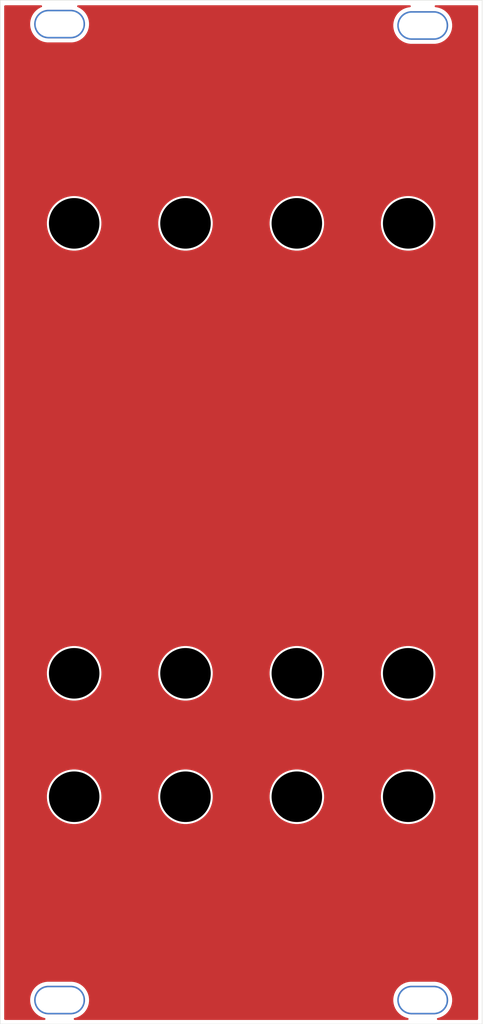
<source format=kicad_pcb>
(kicad_pcb (version 20240108) (generator "pcbnew") (generator_version "8.0")
  (layers (0 "F.Cu" signal) (31 "B.Cu" signal) (34 "B.Paste" user) (35 "F.Paste" user) (36 "B.SilkS" user "B.Silkscreen") (37 "F.SilkS" user "F.Silkscreen") (38 "B.Mask" user) (39 "F.Mask" user) (44 "Edge.Cuts" user))
  (net 0 "")
  (footprint "panel:Mounting Slot" (layer "F.Cu") (at 114.3 156.03)
    (property "Reference" "REF**" (hide yes))
    (property "Value" "Mounting Slot" (hide yes))
    (pad "" thru_hole oval (at 0 0) (size 6.4 3.6) (drill oval 6 3.2) (layers "*.Cu" "*.Mask"))
  )
  (footprint "panel:Jack Hole" (layer "F.Cu") (at 130.13 115)
    (property "Reference" "REF**" (hide yes))
    (property "Value" "Jack Hole" (hide yes))
    (pad "" np_thru_hole circle (at 0 0) (size 6.35 6.35) (drill 6.35) (layers "*.Mask"))
  )
  (footprint "panel:Jack Hole" (layer "F.Cu") (at 158.13 130.5)
    (property "Reference" "REF**" (hide yes))
    (property "Value" "Jack Hole" (hide yes))
    (pad "" np_thru_hole circle (at 0 0) (size 6.35 6.35) (drill 6.35) (layers "*.Mask"))
  )
  (footprint "panel:Jack Hole" (layer "F.Cu") (at 158.13 115)
    (property "Reference" "REF**" (hide yes))
    (property "Value" "Jack Hole" (hide yes))
    (pad "" np_thru_hole circle (at 0 0) (size 6.35 6.35) (drill 6.35) (layers "*.Mask"))
  )
  (footprint "panel:Mounting Slot" (layer "F.Cu") (at 159.96 156.03)
    (property "Reference" "REF**" (hide yes))
    (property "Value" "Mounting Slot" (hide yes))
    (pad "" thru_hole oval (at 0 0) (size 6.4 3.6) (drill oval 6 3.2) (layers "*.Cu" "*.Mask"))
  )
  (footprint "swmult-library:Switch" (layer "F.Cu") (at 158.13 58.5)
    (property "Reference" "REF**" (hide yes))
    (property "Value" "Switch" (hide yes))
    (pad "" np_thru_hole circle (at 0 0) (size 6.35 6.35) (drill 6.35) (layers "*.Mask"))
  )
  (footprint "swmult-library:Switch" (layer "F.Cu") (at 116.13 58.5)
    (property "Reference" "REF**" (hide yes))
    (property "Value" "Switch" (hide yes))
    (pad "" np_thru_hole circle (at 0 0) (size 6.35 6.35) (drill 6.35) (layers "*.Mask"))
  )
  (footprint "panel:Jack Hole" (layer "F.Cu") (at 144.13 115)
    (property "Reference" "REF**" (hide yes))
    (property "Value" "Jack Hole" (hide yes))
    (pad "" np_thru_hole circle (at 0 0) (size 6.35 6.35) (drill 6.35) (layers "*.Mask"))
  )
  (footprint "panel:Mounting Slot" (layer "F.Cu") (at 159.96 33.655)
    (property "Reference" "REF**" (hide yes))
    (property "Value" "Mounting Slot" (hide yes))
    (pad "" thru_hole oval (at 0 0) (size 6.4 3.6) (drill oval 6 3.2) (layers "*.Cu" "*.Mask"))
  )
  (footprint "panel:Mounting Slot" (layer "F.Cu") (at 114.3 33.48)
    (property "Reference" "REF**" (hide yes))
    (property "Value" "Mounting Slot" (hide yes))
    (pad "" thru_hole oval (at 0 0) (size 6.4 3.6) (drill oval 6 3.2) (layers "*.Cu" "*.Mask"))
  )
  (footprint "swmult-library:Switch" (layer "F.Cu") (at 130.13 58.5)
    (property "Reference" "REF**" (hide yes))
    (property "Value" "Switch" (hide yes))
    (pad "" np_thru_hole circle (at 0 0) (size 6.35 6.35) (drill 6.35) (layers "*.Mask"))
  )
  (footprint "panel:Jack Hole" (layer "F.Cu") (at 116.13 130.5)
    (property "Reference" "REF**" (hide yes))
    (property "Value" "Jack Hole" (hide yes))
    (pad "" np_thru_hole circle (at 0 0) (size 6.35 6.35) (drill 6.35) (layers "*.Mask"))
  )
  (footprint "swmult-library:Switch" (layer "F.Cu") (at 144.13 58.5)
    (property "Reference" "REF**" (hide yes))
    (property "Value" "Switch" (hide yes))
    (pad "" np_thru_hole circle (at 0 0) (size 6.35 6.35) (drill 6.35) (layers "*.Mask"))
  )
  (footprint "panel:Jack Hole" (layer "F.Cu") (at 116.13 115)
    (property "Reference" "REF**" (hide yes))
    (property "Value" "Jack Hole" (hide yes))
    (pad "" np_thru_hole circle (at 0 0) (size 6.35 6.35) (drill 6.35) (layers "*.Mask"))
  )
  (footprint "panel:Jack Hole" (layer "F.Cu") (at 144.13 130.5)
    (property "Reference" "REF**" (hide yes))
    (property "Value" "Jack Hole" (hide yes))
    (pad "" np_thru_hole circle (at 0 0) (size 6.35 6.35) (drill 6.35) (layers "*.Mask"))
  )
  (footprint "panel:Jack Hole" (layer "F.Cu") (at 130.13 130.5)
    (property "Reference" "REF**" (hide yes))
    (property "Value" "Jack Hole" (hide yes))
    (pad "" np_thru_hole circle (at 0 0) (size 6.35 6.35) (drill 6.35) (layers "*.Mask"))
  )
  (gr_rect (start 106.83 30.48) (end 167.43 159.03) (stroke (width 0.05)) (fill none) (layer "Edge.Cuts"))
  (zone (net 0) (net_name "") (layer "F.Cu") (priority 3) (connect_pads (clearance 0.5)) (min_thickness 0.25) (fill yes (thermal_gap 0.5) (thermal_bridge_width 0.5) (island_removal_mode 1) (island_area_min 10))
    (polygon (pts (xy 107.315 158.75) (xy 107.315 31.115) (xy 167.685 31.115) (xy 167.685 158.75)))
  )
)
</source>
